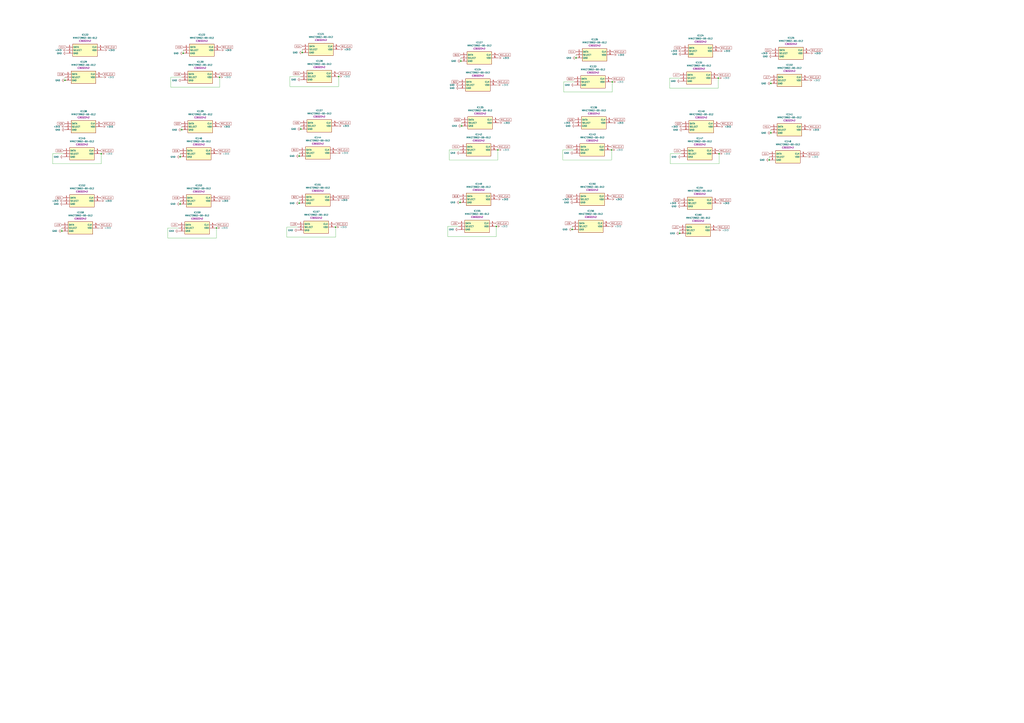
<source format=kicad_sch>
(kicad_sch (version 20231120) (generator "eeschema") (generator_version "8.0")
  (paper "A1")
  (junction (at 83.185 126.365))
  (junction (at 408.94 123.19))
  (junction (at 53.34 66.04))
  (junction (at 275.59 186.69))
  (junction (at 378.46 50.165))
  (junction (at 147.955 167.64))
  (junction (at 245.745 167.005))
  (junction (at 558.165 191.77))
  (junction (at 590.55 126.365))
  (junction (at 502.285 123.19))
  (junction (at 589.915 64.135))
  (junction (at 247.015 106.045))
  (junction (at 631.825 131.445))
  (junction (at 50.8 189.865))
  (junction (at 245.745 128.27))
  (junction (at 248.285 43.18))
  (junction (at 407.67 186.055))
  (junction (at 177.8 187.325))
  (junction (at 150.495 43.815))
  (junction (at 502.92 67.31))
  (junction (at 149.225 106.68))
  (junction (at 379.095 103.505))
  (junction (at 469.9 188.595))
  (junction (at 180.34 63.5))
  (junction (at 633.095 109.22))
  (junction (at 278.13 62.865))
  (junction (at 633.095 68.58))
  (junction (at 377.825 166.37))
  (junction (at 473.075 47.625))
  (junction (at 147.955 128.905))
  (wire (pts (xy 558.165 189.23) (xy 558.165 191.77)))
  (wire (pts (xy 81.28 187.325) (xy 81.915 187.325)))
  (wire (pts (xy 502.285 123.19) (xy 502.285 131.445)))
  (wire (pts (xy 244.475 186.69) (xy 235.585 186.69)))
  (wire (pts (xy 588.645 189.23) (xy 589.28 189.23)))
  (wire (pts (xy 180.34 63.5) (xy 180.34 71.755)))
  (wire (pts (xy 462.28 123.19) (xy 462.28 131.445)))
  (wire (pts (xy 407.67 69.85) (xy 408.305 69.85)))
  (wire (pts (xy 278.13 62.865) (xy 278.13 71.12)))
  (wire (pts (xy 471.17 123.19) (xy 462.28 123.19)))
  (wire (pts (xy 247.015 62.865) (xy 238.125 62.865)))
  (wire (pts (xy 147.955 165.1) (xy 147.955 167.64)))
  (wire (pts (xy 550.545 126.365) (xy 550.545 134.62)))
  (wire (pts (xy 589.28 64.135) (xy 589.915 64.135)))
  (wire (pts (xy 462.28 131.445) (xy 502.285 131.445)))
  (wire (pts (xy 137.795 195.58) (xy 177.8 195.58)))
  (wire (pts (xy 377.825 123.19) (xy 368.935 123.19)))
  (wire (pts (xy 502.92 67.31) (xy 502.92 75.565)))
  (wire (pts (xy 43.18 126.365) (xy 43.18 134.62)))
  (wire (pts (xy 368.935 131.445) (xy 408.94 131.445)))
  (wire (pts (xy 502.285 67.31) (xy 502.92 67.31)))
  (wire (pts (xy 662.305 128.905) (xy 662.94 128.905)))
  (wire (pts (xy 248.285 40.64) (xy 248.285 43.18)))
  (wire (pts (xy 500.38 186.055) (xy 501.015 186.055)))
  (wire (pts (xy 559.435 126.365) (xy 550.545 126.365)))
  (wire (pts (xy 238.125 71.12) (xy 278.13 71.12)))
  (wire (pts (xy 633.095 66.04) (xy 633.095 68.58)))
  (wire (pts (xy 82.55 126.365) (xy 83.185 126.365)))
  (wire (pts (xy 407.67 186.055) (xy 407.67 194.31)))
  (wire (pts (xy 146.685 187.325) (xy 137.795 187.325)))
  (wire (pts (xy 149.225 63.5) (xy 140.335 63.5)))
  (wire (pts (xy 245.745 125.73) (xy 245.745 128.27)))
  (wire (pts (xy 137.795 187.325) (xy 137.795 195.58)))
  (wire (pts (xy 633.095 106.68) (xy 633.095 109.22)))
  (wire (pts (xy 247.015 103.505) (xy 247.015 106.045)))
  (wire (pts (xy 147.955 126.365) (xy 147.955 128.905)))
  (wire (pts (xy 367.665 194.31) (xy 407.67 194.31)))
  (wire (pts (xy 276.225 125.73) (xy 276.86 125.73)))
  (wire (pts (xy 245.745 164.465) (xy 245.745 167.005)))
  (wire (pts (xy 43.18 134.62) (xy 83.185 134.62)))
  (wire (pts (xy 378.46 47.625) (xy 378.46 50.165)))
  (wire (pts (xy 235.585 186.69) (xy 235.585 194.945)))
  (wire (pts (xy 631.952 131.445) (xy 631.825 131.445)))
  (wire (pts (xy 549.91 72.39) (xy 589.915 72.39)))
  (wire (pts (xy 549.91 64.135) (xy 549.91 72.39)))
  (wire (pts (xy 589.915 126.365) (xy 590.55 126.365)))
  (wire (pts (xy 471.805 67.31) (xy 462.915 67.31)))
  (wire (pts (xy 550.545 134.62) (xy 590.55 134.62)))
  (wire (pts (xy 274.955 186.69) (xy 275.59 186.69)))
  (wire (pts (xy 501.65 123.19) (xy 502.285 123.19)))
  (wire (pts (xy 558.8 64.135) (xy 549.91 64.135)))
  (wire (pts (xy 150.495 41.275) (xy 150.495 43.815)))
  (wire (pts (xy 462.915 67.31) (xy 462.915 75.565)))
  (wire (pts (xy 408.305 123.19) (xy 408.94 123.19)))
  (wire (pts (xy 277.495 62.865) (xy 278.13 62.865)))
  (wire (pts (xy 589.915 64.135) (xy 589.915 72.39)))
  (wire (pts (xy 177.165 187.325) (xy 177.8 187.325)))
  (wire (pts (xy 631.825 131.445) (xy 631.825 128.905)))
  (wire (pts (xy 469.9 186.055) (xy 469.9 188.595)))
  (wire (pts (xy 238.125 62.865) (xy 238.125 71.12)))
  (wire (pts (xy 178.435 126.365) (xy 179.07 126.365)))
  (wire (pts (xy 83.82 63.5) (xy 84.455 63.5)))
  (wire (pts (xy 177.8 187.325) (xy 177.8 195.58)))
  (wire (pts (xy 50.8 187.325) (xy 50.8 189.865)))
  (wire (pts (xy 590.55 126.365) (xy 590.55 134.62)))
  (wire (pts (xy 462.915 75.565) (xy 502.92 75.565)))
  (wire (pts (xy 275.59 186.69) (xy 275.59 194.945)))
  (wire (pts (xy 83.185 126.365) (xy 83.185 134.62)))
  (wire (pts (xy 407.035 186.055) (xy 407.67 186.055)))
  (wire (pts (xy 52.07 126.365) (xy 43.18 126.365)))
  (wire (pts (xy 376.555 186.055) (xy 367.665 186.055)))
  (wire (pts (xy 149.225 104.14) (xy 149.225 106.68)))
  (wire (pts (xy 367.665 186.055) (xy 367.665 194.31)))
  (wire (pts (xy 140.335 71.755) (xy 180.34 71.755)))
  (wire (pts (xy 408.94 123.19) (xy 408.94 131.445)))
  (wire (pts (xy 179.705 63.5) (xy 180.34 63.5)))
  (wire (pts (xy 368.935 123.19) (xy 368.935 131.445)))
  (wire (pts (xy 53.34 63.5) (xy 53.34 66.04)))
  (wire (pts (xy 377.825 163.83) (xy 377.825 166.37)))
  (wire (pts (xy 663.575 66.04) (xy 664.21 66.04)))
  (wire (pts (xy 140.335 63.5) (xy 140.335 71.755)))
  (wire (pts (xy 379.095 100.965) (xy 379.095 103.505)))
  (wire (pts (xy 235.585 194.945) (xy 275.59 194.945)))
  (wire (pts (xy 473.075 45.085) (xy 473.075 47.625)))
  (global_label "MIC_CLK" (shape input) (at 501.65 161.29 0) (property "Intersheetrefs" "${INTERSHEET_REFS}" (effects (hide yes))))
  (global_label "B22" (shape input) (at 471.805 64.77 180) (property "Intersheetrefs" "${INTERSHEET_REFS}" (effects (hide yes))))
  (global_label "E14" (shape input) (at 634.365 41.275 180) (property "Intersheetrefs" "${INTERSHEET_REFS}" (effects (hide yes))))
  (global_label "MIC_CLK" (shape input) (at 179.705 60.96 0) (property "Intersheetrefs" "${INTERSHEET_REFS}" (effects (hide yes))))
  (global_label "B22" (shape input) (at 377.19 67.31 180) (property "Intersheetrefs" "${INTERSHEET_REFS}" (effects (hide yes))))
  (global_label "MIC_CLK" (shape input) (at 501.65 120.65 0) (property "Intersheetrefs" "${INTERSHEET_REFS}" (effects (hide yes))))
  (global_label "MIC_CLK" (shape input) (at 178.435 162.56 0) (property "Intersheetrefs" "${INTERSHEET_REFS}" (effects (hide yes))))
  (global_label "B21" (shape input) (at 52.07 162.56 180) (property "Intersheetrefs" "${INTERSHEET_REFS}" (effects (hide yes))))
  (global_label "E18" (shape input) (at 53.34 60.96 180) (property "Intersheetrefs" "${INTERSHEET_REFS}" (effects (hide yes))))
  (global_label "L19" (shape input) (at 244.475 184.15 180) (property "Intersheetrefs" "${INTERSHEET_REFS}" (effects (hide yes))))
  (global_label "MIC_CLK" (shape input) (at 407.035 183.515 0) (property "Intersheetrefs" "${INTERSHEET_REFS}" (effects (hide yes))))
  (global_label "G22" (shape input) (at 149.225 101.6 180) (property "Intersheetrefs" "${INTERSHEET_REFS}" (effects (hide yes))))
  (global_label "MIC_CLK" (shape input) (at 85.09 38.735 0) (property "Intersheetrefs" "${INTERSHEET_REFS}" (effects (hide yes))))
  (global_label "MIC_CLK" (shape input) (at 409.575 98.425 0) (property "Intersheetrefs" "${INTERSHEET_REFS}" (effects (hide yes))))
  (global_label "G22" (shape input) (at 560.705 101.6 180) (property "Intersheetrefs" "${INTERSHEET_REFS}" (effects (hide yes))))
  (global_label "E18" (shape input) (at 149.225 60.96 180) (property "Intersheetrefs" "${INTERSHEET_REFS}" (effects (hide yes))))
  (global_label "H19" (shape input) (at 147.955 162.56 180) (property "Intersheetrefs" "${INTERSHEET_REFS}" (effects (hide yes))))
  (global_label "J17" (shape input) (at 558.8 61.595 180) (property "Intersheetrefs" "${INTERSHEET_REFS}" (effects (hide yes))))
  (global_label "MIC_CLK" (shape input) (at 588.645 186.69 0) (property "Intersheetrefs" "${INTERSHEET_REFS}" (effects (hide yes))))
  (global_label "MIC_CLK" (shape input) (at 589.915 123.825 0) (property "Intersheetrefs" "${INTERSHEET_REFS}" (effects (hide yes))))
  (global_label "MIC_CLK" (shape input) (at 663.575 104.14 0) (property "Intersheetrefs" "${INTERSHEET_REFS}" (effects (hide yes))))
  (global_label "L21" (shape input) (at 146.685 184.785 180) (property "Intersheetrefs" "${INTERSHEET_REFS}" (effects (hide yes))))
  (global_label "H19" (shape input) (at 559.435 164.465 180) (property "Intersheetrefs" "${INTERSHEET_REFS}" (effects (hide yes))))
  (global_label "H15" (shape input) (at 560.07 39.37 180) (property "Intersheetrefs" "${INTERSHEET_REFS}" (effects (hide yes))))
  (global_label "MIC_CLK" (shape input) (at 83.82 101.6 0) (property "Intersheetrefs" "${INTERSHEET_REFS}" (effects (hide yes))))
  (global_label "K14" (shape input) (at 54.61 38.735 180) (property "Intersheetrefs" "${INTERSHEET_REFS}" (effects (hide yes))))
  (global_label "MIC_CLK" (shape input) (at 589.915 164.465 0) (property "Intersheetrefs" "${INTERSHEET_REFS}" (effects (hide yes))))
  (global_label "J20" (shape input) (at 376.555 183.515 180) (property "Intersheetrefs" "${INTERSHEET_REFS}" (effects (hide yes))))
  (global_label "K14" (shape input) (at 248.285 38.1 180) (property "Intersheetrefs" "${INTERSHEET_REFS}" (effects (hide yes))))
  (global_label "MIC_CLK" (shape input) (at 589.28 61.595 0) (property "Intersheetrefs" "${INTERSHEET_REFS}" (effects (hide yes))))
  (global_label "MIC_CLK" (shape input) (at 180.975 38.735 0) (property "Intersheetrefs" "${INTERSHEET_REFS}" (effects (hide yes))))
  (global_label "MIC_CLK" (shape input) (at 81.28 184.785 0) (property "Intersheetrefs" "${INTERSHEET_REFS}" (effects (hide yes))))
  (global_label "B13" (shape input) (at 245.745 123.19 180) (property "Intersheetrefs" "${INTERSHEET_REFS}" (effects (hide yes))))
  (global_label "B18" (shape input) (at 377.825 161.29 180) (property "Intersheetrefs" "${INTERSHEET_REFS}" (effects (hide yes))))
  (global_label "D16" (shape input) (at 52.07 123.825 180) (property "Intersheetrefs" "${INTERSHEET_REFS}" (effects (hide yes))))
  (global_label "MIC_CLK" (shape input) (at 408.94 45.085 0) (property "Intersheetrefs" "${INTERSHEET_REFS}" (effects (hide yes))))
  (global_label "MIC_CLK" (shape input) (at 663.575 63.5 0) (property "Intersheetrefs" "${INTERSHEET_REFS}" (effects (hide yes))))
  (global_label "MIC_CLK" (shape input) (at 408.305 120.65 0) (property "Intersheetrefs" "${INTERSHEET_REFS}" (effects (hide yes))))
  (global_label "MIC_CLK" (shape input) (at 177.165 184.785 0) (property "Intersheetrefs" "${INTERSHEET_REFS}" (effects (hide yes))))
  (global_label "L19" (shape input) (at 50.8 184.785 180) (property "Intersheetrefs" "${INTERSHEET_REFS}" (effects (hide yes))))
  (global_label "MIC_CLK" (shape input) (at 277.495 60.325 0) (property "Intersheetrefs" "${INTERSHEET_REFS}" (effects (hide yes))))
  (global_label "MIC_CLK" (shape input) (at 82.55 123.825 0) (property "Intersheetrefs" "${INTERSHEET_REFS}" (effects (hide yes))))
  (global_label "MIC_CLK" (shape input) (at 502.285 64.77 0) (property "Intersheetrefs" "${INTERSHEET_REFS}" (effects (hide yes))))
  (global_label "J17" (shape input) (at 633.095 63.5 180) (property "Intersheetrefs" "${INTERSHEET_REFS}" (effects (hide yes))))
  (global_label "J14" (shape input) (at 559.435 123.825 180) (property "Intersheetrefs" "${INTERSHEET_REFS}" (effects (hide yes))))
  (global_label "MIC_CLK" (shape input) (at 503.555 42.545 0) (property "Intersheetrefs" "${INTERSHEET_REFS}" (effects (hide yes))))
  (global_label "MIC_CLK" (shape input) (at 407.67 67.31 0) (property "Intersheetrefs" "${INTERSHEET_REFS}" (effects (hide yes))))
  (global_label "H14" (shape input) (at 377.825 120.65 180) (property "Intersheetrefs" "${INTERSHEET_REFS}" (effects (hide yes))))
  (global_label "B18" (shape input) (at 471.17 161.29 180) (property "Intersheetrefs" "${INTERSHEET_REFS}" (effects (hide yes))))
  (global_label "MIC_CLK" (shape input) (at 178.435 123.825 0) (property "Intersheetrefs" "${INTERSHEET_REFS}" (effects (hide yes))))
  (global_label "H14" (shape input) (at 633.095 104.14 180) (property "Intersheetrefs" "${INTERSHEET_REFS}" (effects (hide yes))))
  (global_label "MIC_CLK" (shape input) (at 664.845 41.275 0) (property "Intersheetrefs" "${INTERSHEET_REFS}" (effects (hide yes))))
  (global_label "MIC_CLK" (shape input) (at 276.225 123.19 0) (property "Intersheetrefs" "${INTERSHEET_REFS}" (effects (hide yes))))
  (global_label "J14" (shape input) (at 631.825 126.365 180) (property "Intersheetrefs" "${INTERSHEET_REFS}" (effects (hide yes))))
  (global_label "G20" (shape input) (at 379.095 98.425 180) (property "Intersheetrefs" "${INTERSHEET_REFS}" (effects (hide yes))))
  (global_label "G20" (shape input) (at 472.44 98.425 180) (property "Intersheetrefs" "${INTERSHEET_REFS}" (effects (hide yes))))
  (global_label "H15" (shape input) (at 150.495 38.735 180) (property "Intersheetrefs" "${INTERSHEET_REFS}" (effects (hide yes))))
  (global_label "E14" (shape input) (at 473.075 42.545 180) (property "Intersheetrefs" "${INTERSHEET_REFS}" (effects (hide yes))))
  (global_label "MIC_CLK" (shape input) (at 590.55 39.37 0) (property "Intersheetrefs" "${INTERSHEET_REFS}" (effects (hide yes))))
  (global_label "D16" (shape input) (at 147.955 123.825 180) (property "Intersheetrefs" "${INTERSHEET_REFS}" (effects (hide yes))))
  (global_label "MIC_CLK" (shape input) (at 500.38 183.515 0) (property "Intersheetrefs" "${INTERSHEET_REFS}" (effects (hide yes))))
  (global_label "MIC_CLK" (shape input) (at 83.82 60.96 0) (property "Intersheetrefs" "${INTERSHEET_REFS}" (effects (hide yes))))
  (global_label "MIC_CLK" (shape input) (at 591.185 101.6 0) (property "Intersheetrefs" "${INTERSHEET_REFS}" (effects (hide yes))))
  (global_label "MIC_CLK" (shape input) (at 277.495 100.965 0) (property "Intersheetrefs" "${INTERSHEET_REFS}" (effects (hide yes))))
  (global_label "H20" (shape input) (at 53.34 101.6 180) (property "Intersheetrefs" "${INTERSHEET_REFS}" (effects (hide yes))))
  (global_label "J20" (shape input) (at 469.9 183.515 180) (property "Intersheetrefs" "${INTERSHEET_REFS}" (effects (hide yes))))
  (global_label "MIC_CLK" (shape input) (at 662.305 126.365 0) (property "Intersheetrefs" "${INTERSHEET_REFS}" (effects (hide yes))))
  (global_label "MIC_CLK" (shape input) (at 274.955 184.15 0) (property "Intersheetrefs" "${INTERSHEET_REFS}" (effects (hide yes))))
  (global_label "MIC_CLK" (shape input) (at 276.225 161.925 0) (property "Intersheetrefs" "${INTERSHEET_REFS}" (effects (hide yes))))
  (global_label "B15" (shape input) (at 378.46 45.085 180) (property "Intersheetrefs" "${INTERSHEET_REFS}" (effects (hide yes))))
  (global_label "MIC_CLK" (shape input) (at 502.92 98.425 0) (property "Intersheetrefs" "${INTERSHEET_REFS}" (effects (hide yes))))
  (global_label "MIC_CLK" (shape input) (at 278.765 38.1 0) (property "Intersheetrefs" "${INTERSHEET_REFS}" (effects (hide yes))))
  (global_label "L21" (shape input) (at 558.165 186.69 180) (property "Intersheetrefs" "${INTERSHEET_REFS}" (effects (hide yes))))
  (global_label "MIC_CLK" (shape input) (at 179.705 101.6 0) (property "Intersheetrefs" "${INTERSHEET_REFS}" (effects (hide yes))))
  (global_label "B15" (shape input) (at 247.015 60.325 180) (property "Intersheetrefs" "${INTERSHEET_REFS}" (effects (hide yes))))
  (global_label "B13" (shape input) (at 471.17 120.65 180) (property "Intersheetrefs" "${INTERSHEET_REFS}" (effects (hide yes))))
  (global_label "H20" (shape input) (at 247.015 100.965 180) (property "Intersheetrefs" "${INTERSHEET_REFS}" (effects (hide yes))))
  (global_label "MIC_CLK" (shape input) (at 82.55 162.56 0) (property "Intersheetrefs" "${INTERSHEET_REFS}" (effects (hide yes))))
  (global_label "MIC_CLK" (shape input) (at 408.305 161.29 0) (property "Intersheetrefs" "${INTERSHEET_REFS}" (effects (hide yes))))
  (global_label "B21" (shape input) (at 245.745 161.925 180) (property "Intersheetrefs" "${INTERSHEET_REFS}" (effects (hide yes))))
  (symbol (lib_id "power:+3V3") (at 83.185 126.365 270) (unit 1)
    (property "Reference" "#PWR0377" (effects (hide yes)))
    (property "Value" "+3V3" (at 86.995 126.365 90) (effects (justify left)))
  )
  (symbol (lib_id "SamacSys_Parts:MMICT3902-00-012") (at 559.435 123.825 0) (unit 1)
    (property "Reference" "IC147" (at 574.675 113.665 0))
    (property "Value" "MMICT3902-00-012" (at 574.675 116.205 0))
    (property "Footprint" "T3902:MMICT390200012" (effects (hide yes)))
    (property "Datasheet" "http://invensense.tdk.com/wp-content/uploads/2020/05/DS-000357-T3902-v1.0.pdf" (effects (hide yes)))
    (property "Height" "1.13" (effects (hide yes)))
    (property "Mouser Part Number" "410-MMICT3902-00-012" (effects (hide yes)))
    (property "Mouser Price/Stock" "https://www.mouser.co.uk/ProductDetail/TDK-InvenSense/MMICT3902-00-012?qs=yqaQSyyJnNi1lpqXyrpxOA%3D%3D" (effects (hide yes)))
    (property "Manufacturer_Name" "TDK" (effects (hide yes)))
    (property "Manufacturer_Part_Number" "MMICT3902-00-012" (effects (hide yes)))
    (property "LCSC" "C3032242" (at 574.675 118.745 0))
  )
  (symbol (lib_id "SamacSys_Parts:MMICT3902-00-012") (at 53.34 101.6 0) (unit 1)
    (property "Reference" "IC138" (at 68.58 91.44 0))
    (property "Value" "MMICT3902-00-012" (at 68.58 93.98 0))
    (property "Footprint" "T3902:MMICT390200012" (effects (hide yes)))
    (property "Datasheet" "http://invensense.tdk.com/wp-content/uploads/2020/05/DS-000357-T3902-v1.0.pdf" (effects (hide yes)))
    (property "Height" "1.13" (effects (hide yes)))
    (property "Mouser Part Number" "410-MMICT3902-00-012" (effects (hide yes)))
    (property "Mouser Price/Stock" "https://www.mouser.co.uk/ProductDetail/TDK-InvenSense/MMICT3902-00-012?qs=yqaQSyyJnNi1lpqXyrpxOA%3D%3D" (effects (hide yes)))
    (property "Manufacturer_Name" "TDK" (effects (hide yes)))
    (property "Manufacturer_Part_Number" "MMICT3902-00-012" (effects (hide yes)))
    (property "LCSC" "C3032242" (at 68.58 96.52 0))
  )
  (symbol (lib_id "power:+3V3") (at 664.845 43.815 270) (unit 1)
    (property "Reference" "#PWR0337" (effects (hide yes)))
    (property "Value" "+3V3" (at 668.655 43.815 90) (effects (justify left)))
  )
  (symbol (lib_id "power:GND") (at 633.095 109.22 270) (unit 1)
    (property "Reference" "#PWR0371" (effects (hide yes)))
    (property "Value" "GND" (at 629.285 109.22 90) (effects (justify right)))
  )
  (symbol (lib_id "power:GND") (at 473.075 47.625 270) (unit 1)
    (property "Reference" "#PWR0342" (effects (hide yes)))
    (property "Value" "GND" (at 469.265 47.625 90) (effects (justify right)))
  )
  (symbol (lib_id "power:+3V3") (at 180.34 63.5 270) (unit 1)
    (property "Reference" "#PWR0346" (effects (hide yes)))
    (property "Value" "+3V3" (at 184.15 63.5 90) (effects (justify left)))
  )
  (symbol (lib_id "SamacSys_Parts:MMICT3902-00-012") (at 377.825 120.65 0) (unit 1)
    (property "Reference" "IC142" (at 393.065 110.49 0))
    (property "Value" "MMICT3902-00-012" (at 393.065 113.03 0))
    (property "Footprint" "T3902:MMICT390200012" (effects (hide yes)))
    (property "Datasheet" "http://invensense.tdk.com/wp-content/uploads/2020/05/DS-000357-T3902-v1.0.pdf" (effects (hide yes)))
    (property "Height" "1.13" (effects (hide yes)))
    (property "Mouser Part Number" "410-MMICT3902-00-012" (effects (hide yes)))
    (property "Mouser Price/Stock" "https://www.mouser.co.uk/ProductDetail/TDK-InvenSense/MMICT3902-00-012?qs=yqaQSyyJnNi1lpqXyrpxOA%3D%3D" (effects (hide yes)))
    (property "Manufacturer_Name" "TDK" (effects (hide yes)))
    (property "Manufacturer_Part_Number" "MMICT3902-00-012" (effects (hide yes)))
    (property "LCSC" "C3032242" (at 393.065 115.57 0))
  )
  (symbol (lib_id "SamacSys_Parts:MMICT3902-00-012") (at 377.19 67.31 0) (unit 1)
    (property "Reference" "IC134" (at 392.43 57.15 0))
    (property "Value" "MMICT3902-00-012" (at 392.43 59.69 0))
    (property "Footprint" "T3902:MMICT390200012" (effects (hide yes)))
    (property "Datasheet" "http://invensense.tdk.com/wp-content/uploads/2020/05/DS-000357-T3902-v1.0.pdf" (effects (hide yes)))
    (property "Height" "1.13" (effects (hide yes)))
    (property "Mouser Part Number" "410-MMICT3902-00-012" (effects (hide yes)))
    (property "Mouser Price/Stock" "https://www.mouser.co.uk/ProductDetail/TDK-InvenSense/MMICT3902-00-012?qs=yqaQSyyJnNi1lpqXyrpxOA%3D%3D" (effects (hide yes)))
    (property "Manufacturer_Name" "TDK" (effects (hide yes)))
    (property "Manufacturer_Part_Number" "MMICT3902-00-012" (effects (hide yes)))
    (property "LCSC" "C3032242" (at 392.43 62.23 0))
  )
  (symbol (lib_id "power:+3V3") (at 278.765 40.64 270) (unit 1)
    (property "Reference" "#PWR0330" (effects (hide yes)))
    (property "Value" "+3V3" (at 282.575 40.64 90) (effects (justify left)))
  )
  (symbol (lib_id "power:+3V3") (at 663.575 106.68 270) (unit 1)
    (property "Reference" "#PWR0370" (effects (hide yes)))
    (property "Value" "+3V3" (at 667.385 106.68 90) (effects (justify left)))
  )
  (symbol (lib_id "power:+3V3") (at 408.305 69.85 270) (unit 1)
    (property "Reference" "#PWR0355" (effects (hide yes)))
    (property "Value" "+3V3" (at 412.115 69.85 90) (effects (justify left)))
  )
  (symbol (lib_id "power:+3V3") (at 408.94 123.19 270) (unit 1)
    (property "Reference" "#PWR0372" (effects (hide yes)))
    (property "Value" "+3V3" (at 412.75 123.19 90) (effects (justify left)))
  )
  (symbol (lib_id "power:+3V3") (at 590.55 126.365 270) (unit 1)
    (property "Reference" "#PWR0379" (effects (hide yes)))
    (property "Value" "+3V3" (at 594.36 126.365 90) (effects (justify left)))
  )
  (symbol (lib_id "power:+3V3") (at 589.28 189.23 270) (unit 1)
    (property "Reference" "#PWR0406" (effects (hide yes)))
    (property "Value" "+3V3" (at 593.09 189.23 90) (effects (justify left)))
  )
  (symbol (lib_id "power:GND") (at 248.285 43.18 270) (unit 1)
    (property "Reference" "#PWR0334" (effects (hide yes)))
    (property "Value" "GND" (at 244.475 43.18 90) (effects (justify right)))
  )
  (symbol (lib_id "SamacSys_Parts:MMICT3902-00-012") (at 53.34 60.96 0) (unit 1)
    (property "Reference" "IC129" (at 68.58 50.8 0))
    (property "Value" "MMICT3902-00-012" (at 68.58 53.34 0))
    (property "Footprint" "T3902:MMICT390200012" (effects (hide yes)))
    (property "Datasheet" "http://invensense.tdk.com/wp-content/uploads/2020/05/DS-000357-T3902-v1.0.pdf" (effects (hide yes)))
    (property "Height" "1.13" (effects (hide yes)))
    (property "Mouser Part Number" "410-MMICT3902-00-012" (effects (hide yes)))
    (property "Mouser Price/Stock" "https://www.mouser.co.uk/ProductDetail/TDK-InvenSense/MMICT3902-00-012?qs=yqaQSyyJnNi1lpqXyrpxOA%3D%3D" (effects (hide yes)))
    (property "Manufacturer_Name" "TDK" (effects (hide yes)))
    (property "Manufacturer_Part_Number" "MMICT3902-00-012" (effects (hide yes)))
    (property "LCSC" "C3032242" (at 68.58 55.88 0))
  )
  (symbol (lib_id "SamacSys_Parts:MMICT3902-00-012") (at 472.44 98.425 0) (unit 1)
    (property "Reference" "IC136" (at 487.68 88.265 0))
    (property "Value" "MMICT3902-00-012" (at 487.68 90.805 0))
    (property "Footprint" "T3902:MMICT390200012" (effects (hide yes)))
    (property "Datasheet" "http://invensense.tdk.com/wp-content/uploads/2020/05/DS-000357-T3902-v1.0.pdf" (effects (hide yes)))
    (property "Height" "1.13" (effects (hide yes)))
    (property "Mouser Part Number" "410-MMICT3902-00-012" (effects (hide yes)))
    (property "Mouser Price/Stock" "https://www.mouser.co.uk/ProductDetail/TDK-InvenSense/MMICT3902-00-012?qs=yqaQSyyJnNi1lpqXyrpxOA%3D%3D" (effects (hide yes)))
    (property "Manufacturer_Name" "TDK" (effects (hide yes)))
    (property "Manufacturer_Part_Number" "MMICT3902-00-012" (effects (hide yes)))
    (property "LCSC" "C3032242" (at 487.68 93.345 0))
  )
  (symbol (lib_id "power:+3V3") (at 503.555 45.085 270) (unit 1)
    (property "Reference" "#PWR0339" (effects (hide yes)))
    (property "Value" "+3V3" (at 507.365 45.085 90) (effects (justify left)))
  )
  (symbol (lib_id "SamacSys_Parts:MMICT3902-00-012") (at 560.07 39.37 0) (unit 1)
    (property "Reference" "IC124" (at 575.31 29.21 0))
    (property "Value" "MMICT3902-00-012" (at 575.31 31.75 0))
    (property "Footprint" "T3902:MMICT390200012" (effects (hide yes)))
    (property "Datasheet" "http://invensense.tdk.com/wp-content/uploads/2020/05/DS-000357-T3902-v1.0.pdf" (effects (hide yes)))
    (property "Height" "1.13" (effects (hide yes)))
    (property "Mouser Part Number" "410-MMICT3902-00-012" (effects (hide yes)))
    (property "Mouser Price/Stock" "https://www.mouser.co.uk/ProductDetail/TDK-InvenSense/MMICT3902-00-012?qs=yqaQSyyJnNi1lpqXyrpxOA%3D%3D" (effects (hide yes)))
    (property "Manufacturer_Name" "TDK" (effects (hide yes)))
    (property "Manufacturer_Part_Number" "MMICT3902-00-012" (effects (hide yes)))
    (property "LCSC" "C3032242" (at 575.31 34.29 0))
  )
  (symbol (lib_id "power:GND") (at 472.44 103.505 270) (unit 1)
    (property "Reference" "#PWR0362" (effects (hide yes)))
    (property "Value" "GND" (at 468.63 103.505 90) (effects (justify right)))
  )
  (symbol (lib_id "SamacSys_Parts:MMICT3902-00-012") (at 471.805 64.77 0) (unit 1)
    (property "Reference" "IC133" (at 487.045 54.61 0))
    (property "Value" "MMICT3902-00-012" (at 487.045 57.15 0))
    (property "Footprint" "T3902:MMICT390200012" (effects (hide yes)))
    (property "Datasheet" "http://invensense.tdk.com/wp-content/uploads/2020/05/DS-000357-T3902-v1.0.pdf" (effects (hide yes)))
    (property "Height" "1.13" (effects (hide yes)))
    (property "Mouser Part Number" "410-MMICT3902-00-012" (effects (hide yes)))
    (property "Mouser Price/Stock" "https://www.mouser.co.uk/ProductDetail/TDK-InvenSense/MMICT3902-00-012?qs=yqaQSyyJnNi1lpqXyrpxOA%3D%3D" (effects (hide yes)))
    (property "Manufacturer_Name" "TDK" (effects (hide yes)))
    (property "Manufacturer_Part_Number" "MMICT3902-00-012" (effects (hide yes)))
    (property "LCSC" "C3032242" (at 487.045 59.69 0))
  )
  (symbol (lib_id "SamacSys_Parts:MMICT3902-00-012") (at 471.17 161.29 0) (unit 1)
    (property "Reference" "IC150" (at 486.41 151.13 0))
    (property "Value" "MMICT3902-00-012" (at 486.41 153.67 0))
    (property "Footprint" "T3902:MMICT390200012" (effects (hide yes)))
    (property "Datasheet" "http://invensense.tdk.com/wp-content/uploads/2020/05/DS-000357-T3902-v1.0.pdf" (effects (hide yes)))
    (property "Height" "1.13" (effects (hide yes)))
    (property "Mouser Part Number" "410-MMICT3902-00-012" (effects (hide yes)))
    (property "Mouser Price/Stock" "https://www.mouser.co.uk/ProductDetail/TDK-InvenSense/MMICT3902-00-012?qs=yqaQSyyJnNi1lpqXyrpxOA%3D%3D" (effects (hide yes)))
    (property "Manufacturer_Name" "TDK" (effects (hide yes)))
    (property "Manufacturer_Part_Number" "MMICT3902-00-012" (effects (hide yes)))
    (property "LCSC" "C3032242" (at 486.41 156.21 0))
  )
  (symbol (lib_id "power:GND") (at 378.46 50.165 270) (unit 1)
    (property "Reference" "#PWR0343" (effects (hide yes)))
    (property "Value" "GND" (at 374.65 50.165 90) (effects (justify right)))
  )
  (symbol (lib_id "SamacSys_Parts:MMICT3902-00-012") (at 244.475 184.15 0) (unit 1)
    (property "Reference" "IC157" (at 259.715 173.99 0))
    (property "Value" "MMICT3902-00-012" (at 259.715 176.53 0))
    (property "Footprint" "T3902:MMICT390200012" (effects (hide yes)))
    (property "Datasheet" "http://invensense.tdk.com/wp-content/uploads/2020/05/DS-000357-T3902-v1.0.pdf" (effects (hide yes)))
    (property "Height" "1.13" (effects (hide yes)))
    (property "Mouser Part Number" "410-MMICT3902-00-012" (effects (hide yes)))
    (property "Mouser Price/Stock" "https://www.mouser.co.uk/ProductDetail/TDK-InvenSense/MMICT3902-00-012?qs=yqaQSyyJnNi1lpqXyrpxOA%3D%3D" (effects (hide yes)))
    (property "Manufacturer_Name" "TDK" (effects (hide yes)))
    (property "Manufacturer_Part_Number" "MMICT3902-00-012" (effects (hide yes)))
    (property "LCSC" "C3032242" (at 259.715 179.07 0))
  )
  (symbol (lib_id "power:+3V3") (at 409.575 100.965 270) (unit 1)
    (property "Reference" "#PWR0358" (effects (hide yes)))
    (property "Value" "+3V3" (at 413.385 100.965 90) (effects (justify left)))
  )
  (symbol (lib_id "power:+3V3") (at 276.225 164.465 270) (unit 1)
    (property "Reference" "#PWR0388" (effects (hide yes)))
    (property "Value" "+3V3" (at 280.035 164.465 90) (effects (justify left)))
  )
  (symbol (lib_id "power:GND") (at 247.015 65.405 270) (unit 1)
    (property "Reference" "#PWR0348" (effects (hide yes)))
    (property "Value" "GND" (at 243.205 65.405 90) (effects (justify right)))
  )
  (symbol (lib_id "power:+3V3") (at 84.455 63.5 270) (unit 1)
    (property "Reference" "#PWR0345" (effects (hide yes)))
    (property "Value" "+3V3" (at 88.265 63.5 90) (effects (justify left)))
  )
  (symbol (lib_id "SamacSys_Parts:MMICT3902-00-012") (at 248.285 38.1 0) (unit 1)
    (property "Reference" "IC121" (at 263.525 27.94 0))
    (property "Value" "MMICT3902-00-012" (at 263.525 30.48 0))
    (property "Footprint" "T3902:MMICT390200012" (effects (hide yes)))
    (property "Datasheet" "http://invensense.tdk.com/wp-content/uploads/2020/05/DS-000357-T3902-v1.0.pdf" (effects (hide yes)))
    (property "Height" "1.13" (effects (hide yes)))
    (property "Mouser Part Number" "410-MMICT3902-00-012" (effects (hide yes)))
    (property "Mouser Price/Stock" "https://www.mouser.co.uk/ProductDetail/TDK-InvenSense/MMICT3902-00-012?qs=yqaQSyyJnNi1lpqXyrpxOA%3D%3D" (effects (hide yes)))
    (property "Manufacturer_Name" "TDK" (effects (hide yes)))
    (property "Manufacturer_Part_Number" "MMICT3902-00-012" (effects (hide yes)))
    (property "LCSC" "C3032242" (at 263.525 33.02 0))
  )
  (symbol (lib_id "power:+3V3") (at 408.305 163.83 270) (unit 1)
    (property "Reference" "#PWR0386" (effects (hide yes)))
    (property "Value" "+3V3" (at 412.115 163.83 90) (effects (justify left)))
  )
  (symbol (lib_id "power:+3V3") (at 179.705 104.14 270) (unit 1)
    (property "Reference" "#PWR0364" (effects (hide yes)))
    (property "Value" "+3V3" (at 183.515 104.14 90) (effects (justify left)))
  )
  (symbol (lib_id "SamacSys_Parts:MMICT3902-00-012") (at 247.015 100.965 0) (unit 1)
    (property "Reference" "IC137" (at 262.255 90.805 0))
    (property "Value" "MMICT3902-00-012" (at 262.255 93.345 0))
    (property "Footprint" "T3902:MMICT390200012" (effects (hide yes)))
    (property "Datasheet" "http://invensense.tdk.com/wp-content/uploads/2020/05/DS-000357-T3902-v1.0.pdf" (effects (hide yes)))
    (property "Height" "1.13" (effects (hide yes)))
    (property "Mouser Part Number" "410-MMICT3902-00-012" (effects (hide yes)))
    (property "Mouser Price/Stock" "https://www.mouser.co.uk/ProductDetail/TDK-InvenSense/MMICT3902-00-012?qs=yqaQSyyJnNi1lpqXyrpxOA%3D%3D" (effects (hide yes)))
    (property "Manufacturer_Name" "TDK" (effects (hide yes)))
    (property "Manufacturer_Part_Number" "MMICT3902-00-012" (effects (hide yes)))
    (property "LCSC" "C3032242" (at 262.255 95.885 0))
  )
  (symbol (lib_id "power:+3V3") (at 634.365 43.815 90) (unit 1)
    (property "Reference" "#PWR0875" (effects (hide yes)))
    (property "Value" "+3V3" (at 630.301 43.815 90) (effects (justify left)))
  )
  (symbol (lib_id "SamacSys_Parts:MMICT3902-00-012") (at 379.095 98.425 0) (unit 1)
    (property "Reference" "IC135" (at 394.335 88.265 0))
    (property "Value" "MMICT3902-00-012" (at 394.335 90.805 0))
    (property "Footprint" "T3902:MMICT390200012" (effects (hide yes)))
    (property "Datasheet" "http://invensense.tdk.com/wp-content/uploads/2020/05/DS-000357-T3902-v1.0.pdf" (effects (hide yes)))
    (property "Height" "1.13" (effects (hide yes)))
    (property "Mouser Part Number" "410-MMICT3902-00-012" (effects (hide yes)))
    (property "Mouser Price/Stock" "https://www.mouser.co.uk/ProductDetail/TDK-InvenSense/MMICT3902-00-012?qs=yqaQSyyJnNi1lpqXyrpxOA%3D%3D" (effects (hide yes)))
    (property "Manufacturer_Name" "TDK" (effects (hide yes)))
    (property "Manufacturer_Part_Number" "MMICT3902-00-012" (effects (hide yes)))
    (property "LCSC" "C3032242" (at 394.335 93.345 0))
  )
  (symbol (lib_id "power:GND") (at 52.07 128.905 270) (unit 1)
    (property "Reference" "#PWR0381" (effects (hide yes)))
    (property "Value" "GND" (at 48.26 128.905 90) (effects (justify right)))
  )
  (symbol (lib_id "power:+3V3") (at 472.44 100.965 90) (unit 1)
    (property "Reference" "#PWR0876" (effects (hide yes)))
    (property "Value" "+3V3" (at 468.376 100.965 90) (effects (justify left)))
  )
  (symbol (lib_id "SamacSys_Parts:MMICT3902-00-012") (at 633.095 104.14 0) (unit 1)
    (property "Reference" "IC141" (at 648.335 93.98 0))
    (property "Value" "MMICT3902-00-012" (at 648.335 96.52 0))
    (property "Footprint" "T3902:MMICT390200012" (effects (hide yes)))
    (property "Datasheet" "http://invensense.tdk.com/wp-content/uploads/2020/05/DS-000357-T3902-v1.0.pdf" (effects (hide yes)))
    (property "Height" "1.13" (effects (hide yes)))
    (property "Mouser Part Number" "410-MMICT3902-00-012" (effects (hide yes)))
    (property "Mouser Price/Stock" "https://www.mouser.co.uk/ProductDetail/TDK-InvenSense/MMICT3902-00-012?qs=yqaQSyyJnNi1lpqXyrpxOA%3D%3D" (effects (hide yes)))
    (property "Manufacturer_Name" "TDK" (effects (hide yes)))
    (property "Manufacturer_Part_Number" "MMICT3902-00-012" (effects (hide yes)))
    (property "LCSC" "C3032242" (at 648.335 99.06 0))
  )
  (symbol (lib_id "power:GND") (at 558.8 66.675 270) (unit 1)
    (property "Reference" "#PWR0352" (effects (hide yes)))
    (property "Value" "GND" (at 554.99 66.675 90) (effects (justify right)))
  )
  (symbol (lib_id "power:+3V3") (at 501.65 163.83 270) (unit 1)
    (property "Reference" "#PWR0387" (effects (hide yes)))
    (property "Value" "+3V3" (at 505.46 163.83 90) (effects (justify left)))
  )
  (symbol (lib_id "power:GND") (at 376.555 188.595 270) (unit 1)
    (property "Reference" "#PWR0403" (effects (hide yes)))
    (property "Value" "GND" (at 372.745 188.595 90) (effects (justify right)))
  )
  (symbol (lib_id "power:GND") (at 634.365 46.355 270) (unit 1)
    (property "Reference" "#PWR0340" (effects (hide yes)))
    (property "Value" "GND" (at 630.555 46.355 90) (effects (justify right)))
  )
  (symbol (lib_id "power:GND") (at 53.34 66.04 270) (unit 1)
    (property "Reference" "#PWR0349" (effects (hide yes)))
    (property "Value" "GND" (at 49.53 66.04 90) (effects (justify right)))
  )
  (symbol (lib_id "power:GND") (at 247.015 106.045 270) (unit 1)
    (property "Reference" "#PWR0366" (effects (hide yes)))
    (property "Value" "GND" (at 243.205 106.045 90) (effects (justify right)))
  )
  (symbol (lib_id "power:+3V3") (at 52.07 165.1 90) (unit 1)
    (property "Reference" "#PWR0880" (effects (hide yes)))
    (property "Value" "+3V3" (at 48.006 165.1 90) (effects (justify left)))
  )
  (symbol (lib_id "power:+3V3") (at 502.92 67.31 270) (unit 1)
    (property "Reference" "#PWR0353" (effects (hide yes)))
    (property "Value" "+3V3" (at 506.73 67.31 90) (effects (justify left)))
  )
  (symbol (lib_id "power:+3V3") (at 180.975 41.275 270) (unit 1)
    (property "Reference" "#PWR0332" (effects (hide yes)))
    (property "Value" "+3V3" (at 184.785 41.275 90) (effects (justify left)))
  )
  (symbol (lib_id "SamacSys_Parts:MMICT3902-00-012") (at 376.555 183.515 0) (unit 1)
    (property "Reference" "IC155" (at 391.795 173.355 0))
    (property "Value" "MMICT3902-00-012" (at 391.795 175.895 0))
    (property "Footprint" "T3902:MMICT390200012" (effects (hide yes)))
    (property "Datasheet" "http://invensense.tdk.com/wp-content/uploads/2020/05/DS-000357-T3902-v1.0.pdf" (effects (hide yes)))
    (property "Height" "1.13" (effects (hide yes)))
    (property "Mouser Part Number" "410-MMICT3902-00-012" (effects (hide yes)))
    (property "Mouser Price/Stock" "https://www.mouser.co.uk/ProductDetail/TDK-InvenSense/MMICT3902-00-012?qs=yqaQSyyJnNi1lpqXyrpxOA%3D%3D" (effects (hide yes)))
    (property "Manufacturer_Name" "TDK" (effects (hide yes)))
    (property "Manufacturer_Part_Number" "MMICT3902-00-012" (effects (hide yes)))
    (property "LCSC" "C3032242" (at 391.795 178.435 0))
  )
  (symbol (lib_id "power:GND") (at 377.19 72.39 270) (unit 1)
    (property "Reference" "#PWR0357" (effects (hide yes)))
    (property "Value" "GND" (at 373.38 72.39 90) (effects (justify right)))
  )
  (symbol (lib_id "power:GND") (at 50.8 189.865 270) (unit 1)
    (property "Reference" "#PWR0407" (effects (hide yes)))
    (property "Value" "GND" (at 46.99 189.865 90) (effects (justify right)))
  )
  (symbol (lib_id "power:+3V3") (at 276.86 125.73 270) (unit 1)
    (property "Reference" "#PWR0374" (effects (hide yes)))
    (property "Value" "+3V3" (at 280.67 125.73 90) (effects (justify left)))
  )
  (symbol (lib_id "power:GND") (at 54.61 43.815 270) (unit 1)
    (property "Reference" "#PWR0335" (effects (hide yes)))
    (property "Value" "GND" (at 50.8 43.815 90) (effects (justify right)))
  )
  (symbol (lib_id "power:+3V3") (at 471.17 163.83 90) (unit 1)
    (property "Reference" "#PWR0879" (effects (hide yes)))
    (property "Value" "+3V3" (at 467.106 163.83 90) (effects (justify left)))
  )
  (symbol (lib_id "SamacSys_Parts:MMICT3902-00-012") (at 247.015 60.325 0) (unit 1)
    (property "Reference" "IC128" (at 262.255 50.165 0))
    (property "Value" "MMICT3902-00-012" (at 262.255 52.705 0))
    (property "Footprint" "T3902:MMICT390200012" (effects (hide yes)))
    (property "Datasheet" "http://invensense.tdk.com/wp-content/uploads/2020/05/DS-000357-T3902-v1.0.pdf" (effects (hide yes)))
    (property "Height" "1.13" (effects (hide yes)))
    (property "Mouser Part Number" "410-MMICT3902-00-012" (effects (hide yes)))
    (property "Mouser Price/Stock" "https://www.mouser.co.uk/ProductDetail/TDK-InvenSense/MMICT3902-00-012?qs=yqaQSyyJnNi1lpqXyrpxOA%3D%3D" (effects (hide yes)))
    (property "Manufacturer_Name" "TDK" (effects (hide yes)))
    (property "Manufacturer_Part_Number" "MMICT3902-00-012" (effects (hide yes)))
    (property "LCSC" "C3032242" (at 262.255 55.245 0))
  )
  (symbol (lib_id "power:+3V3") (at 591.185 104.14 270) (unit 1)
    (property "Reference" "#PWR0365" (effects (hide yes)))
    (property "Value" "+3V3" (at 594.995 104.14 90) (effects (justify left)))
  )
  (symbol (lib_id "SamacSys_Parts:MMICT3902-00-012") (at 471.17 120.65 0) (unit 1)
    (property "Reference" "IC143" (at 486.41 110.49 0))
    (property "Value" "MMICT3902-00-012" (at 486.41 113.03 0))
    (property "Footprint" "T3902:MMICT390200012" (effects (hide yes)))
    (property "Datasheet" "http://invensense.tdk.com/wp-content/uploads/2020/05/DS-000357-T3902-v1.0.pdf" (effects (hide yes)))
    (property "Height" "1.13" (effects (hide yes)))
    (property "Mouser Part Number" "410-MMICT3902-00-012" (effects (hide yes)))
    (property "Mouser Price/Stock" "https://www.mouser.co.uk/ProductDetail/TDK-InvenSense/MMICT3902-00-012?qs=yqaQSyyJnNi1lpqXyrpxOA%3D%3D" (effects (hide yes)))
    (property "Manufacturer_Name" "TDK" (effects (hide yes)))
    (property "Manufacturer_Part_Number" "MMICT3902-00-012" (effects (hide yes)))
    (property "LCSC" "C3032242" (at 486.41 115.57 0))
  )
  (symbol (lib_id "power:GND") (at 149.225 106.68 270) (unit 1)
    (property "Reference" "#PWR0368" (effects (hide yes)))
    (property "Value" "GND" (at 145.415 106.68 90) (effects (justify right)))
  )
  (symbol (lib_id "SamacSys_Parts:MMICT3902-00-012") (at 54.61 38.735 0) (unit 1)
    (property "Reference" "IC122" (at 69.85 28.575 0))
    (property "Value" "MMICT3902-00-012" (at 69.85 31.115 0))
    (property "Footprint" "T3902:MMICT390200012" (effects (hide yes)))
    (property "Datasheet" "http://invensense.tdk.com/wp-content/uploads/2020/05/DS-000357-T3902-v1.0.pdf" (effects (hide yes)))
    (property "Height" "1.13" (effects (hide yes)))
    (property "Mouser Part Number" "410-MMICT3902-00-012" (effects (hide yes)))
    (property "Mouser Price/Stock" "https://www.mouser.co.uk/ProductDetail/TDK-InvenSense/MMICT3902-00-012?qs=yqaQSyyJnNi1lpqXyrpxOA%3D%3D" (effects (hide yes)))
    (property "Manufacturer_Name" "TDK" (effects (hide yes)))
    (property "Manufacturer_Part_Number" "MMICT3902-00-012" (effects (hide yes)))
    (property "LCSC" "C3032242" (at 69.85 33.655 0))
  )
  (symbol (lib_id "power:+3V3") (at 560.07 41.91 90) (unit 1)
    (property "Reference" "#PWR0874" (effects (hide yes)))
    (property "Value" "+3V3" (at 556.133 41.91 90) (effects (justify left)))
  )
  (symbol (lib_id "power:GND") (at 633.095 68.58 270) (unit 1)
    (property "Reference" "#PWR0354" (effects (hide yes)))
    (property "Value" "GND" (at 629.285 68.58 90) (effects (justify right)))
  )
  (symbol (lib_id "power:+3V3") (at 407.67 186.055 270) (unit 1)
    (property "Reference" "#PWR0398" (effects (hide yes)))
    (property "Value" "+3V3" (at 411.48 186.055 90) (effects (justify left)))
  )
  (symbol (lib_id "power:GND") (at 558.165 191.77 270) (unit 1)
    (property "Reference" "#PWR0409" (effects (hide yes)))
    (property "Value" "GND" (at 554.355 191.77 90) (effects (justify right)))
  )
  (symbol (lib_id "SamacSys_Parts:MMICT3902-00-012") (at 633.095 63.5 0) (unit 1)
    (property "Reference" "IC132" (at 648.335 53.34 0))
    (property "Value" "MMICT3902-00-012" (at 648.335 55.88 0))
    (property "Footprint" "T3902:MMICT390200012" (effects (hide yes)))
    (property "Datasheet" "http://invensense.tdk.com/wp-content/uploads/2020/05/DS-000357-T3902-v1.0.pdf" (effects (hide yes)))
    (property "Height" "1.13" (effects (hide yes)))
    (property "Mouser Part Number" "410-MMICT3902-00-012" (effects (hide yes)))
    (property "Mouser Price/Stock" "https://www.mouser.co.uk/ProductDetail/TDK-InvenSense/MMICT3902-00-012?qs=yqaQSyyJnNi1lpqXyrpxOA%3D%3D" (effects (hide yes)))
    (property "Manufacturer_Name" "TDK" (effects (hide yes)))
    (property "Manufacturer_Part_Number" "MMICT3902-00-012" (effects (hide yes)))
    (property "LCSC" "C3032242" (at 648.335 58.42 0))
  )
  (symbol (lib_id "SamacSys_Parts:MMICT3902-00-012") (at 559.435 164.465 0) (unit 1)
    (property "Reference" "IC154" (at 574.675 154.305 0))
    (property "Value" "MMICT3902-00-012" (at 574.675 156.845 0))
    (property "Footprint" "T3902:MMICT390200012" (effects (hide yes)))
    (property "Datasheet" "http://invensense.tdk.com/wp-content/uploads/2020/05/DS-000357-T3902-v1.0.pdf" (effects (hide yes)))
    (property "Height" "1.13" (effects (hide yes)))
    (property "Mouser Part Number" "410-MMICT3902-00-012" (effects (hide yes)))
    (property "Mouser Price/Stock" "https://www.mouser.co.uk/ProductDetail/TDK-InvenSense/MMICT3902-00-012?qs=yqaQSyyJnNi1lpqXyrpxOA%3D%3D" (effects (hide yes)))
    (property "Manufacturer_Name" "TDK" (effects (hide yes)))
    (property "Manufacturer_Part_Number" "MMICT3902-00-012" (effects (hide yes)))
    (property "LCSC" "C3032242" (at 574.675 159.385 0))
  )
  (symbol (lib_id "SamacSys_Parts:MMICT3902-00-012") (at 52.07 162.56 0) (unit 1)
    (property "Reference" "IC152" (at 67.31 152.4 0))
    (property "Value" "MMICT3902-00-012" (at 67.31 154.94 0))
    (property "Footprint" "T3902:MMICT390200012" (effects (hide yes)))
    (property "Datasheet" "http://invensense.tdk.com/wp-content/uploads/2020/05/DS-000357-T3902-v1.0.pdf" (effects (hide yes)))
    (property "Height" "1.13" (effects (hide yes)))
    (property "Mouser Part Number" "410-MMICT3902-00-012" (effects (hide yes)))
    (property "Mouser Price/Stock" "https://www.mouser.co.uk/ProductDetail/TDK-InvenSense/MMICT3902-00-012?qs=yqaQSyyJnNi1lpqXyrpxOA%3D%3D" (effects (hide yes)))
    (property "Manufacturer_Name" "TDK" (effects (hide yes)))
    (property "Manufacturer_Part_Number" "MMICT3902-00-012" (effects (hide yes)))
    (property "LCSC" "C3032242" (at 67.31 157.48 0))
  )
  (symbol (lib_id "power:+3V3") (at 81.915 187.325 270) (unit 1)
    (property "Reference" "#PWR0401" (effects (hide yes)))
    (property "Value" "+3V3" (at 85.725 187.325 90) (effects (justify left)))
  )
  (symbol (lib_id "SamacSys_Parts:MMICT3902-00-012") (at 147.955 162.56 0) (unit 1)
    (property "Reference" "IC153" (at 163.195 152.4 0))
    (property "Value" "MMICT3902-00-012" (at 163.195 154.94 0))
    (property "Footprint" "T3902:MMICT390200012" (effects (hide yes)))
    (property "Datasheet" "http://invensense.tdk.com/wp-content/uploads/2020/05/DS-000357-T3902-v1.0.pdf" (effects (hide yes)))
    (property "Height" "1.13" (effects (hide yes)))
    (property "Mouser Part Number" "410-MMICT3902-00-012" (effects (hide yes)))
    (property "Mouser Price/Stock" "https://www.mouser.co.uk/ProductDetail/TDK-InvenSense/MMICT3902-00-012?qs=yqaQSyyJnNi1lpqXyrpxOA%3D%3D" (effects (hide yes)))
    (property "Manufacturer_Name" "TDK" (effects (hide yes)))
    (property "Manufacturer_Part_Number" "MMICT3902-00-012" (effects (hide yes)))
    (property "LCSC" "C3032242" (at 163.195 157.48 0))
  )
  (symbol (lib_id "power:GND") (at 245.745 167.005 270) (unit 1)
    (property "Reference" "#PWR0393" (effects (hide yes)))
    (property "Value" "GND" (at 241.935 167.005 90) (effects (justify right)))
  )
  (symbol (lib_id "power:+3V3") (at 275.59 186.69 270) (unit 1)
    (property "Reference" "#PWR0400" (effects (hide yes)))
    (property "Value" "+3V3" (at 279.4 186.69 90) (effects (justify left)))
  )
  (symbol (lib_id "SamacSys_Parts:MMICT3902-00-012") (at 149.225 101.6 0) (unit 1)
    (property "Reference" "IC139" (at 164.465 91.44 0))
    (property "Value" "MMICT3902-00-012" (at 164.465 93.98 0))
    (property "Footprint" "T3902:MMICT390200012" (effects (hide yes)))
    (property "Datasheet" "http://invensense.tdk.com/wp-content/uploads/2020/05/DS-000357-T3902-v1.0.pdf" (effects (hide yes)))
    (property "Height" "1.13" (effects (hide yes)))
    (property "Mouser Part Number" "410-MMICT3902-00-012" (effects (hide yes)))
    (property "Mouser Price/Stock" "https://www.mouser.co.uk/ProductDetail/TDK-InvenSense/MMICT3902-00-012?qs=yqaQSyyJnNi1lpqXyrpxOA%3D%3D" (effects (hide yes)))
    (property "Manufacturer_Name" "TDK" (effects (hide yes)))
    (property "Manufacturer_Part_Number" "MMICT3902-00-012" (effects (hide yes)))
    (property "LCSC" "C3032242" (at 164.465 96.52 0))
  )
  (symbol (lib_id "power:+3V3") (at 278.13 62.865 270) (unit 1)
    (property "Reference" "#PWR0344" (effects (hide yes)))
    (property "Value" "+3V3" (at 281.94 62.865 90) (effects (justify left)))
  )
  (symbol (lib_id "SamacSys_Parts:MMICT3902-00-012") (at 469.9 183.515 0) (unit 1)
    (property "Reference" "IC156" (at 485.14 173.355 0))
    (property "Value" "MMICT3902-00-012" (at 485.14 175.895 0))
    (property "Footprint" "T3902:MMICT390200012" (effects (hide yes)))
    (property "Datasheet" "http://invensense.tdk.com/wp-content/uploads/2020/05/DS-000357-T3902-v1.0.pdf" (effects (hide yes)))
    (property "Height" "1.13" (effects (hide yes)))
    (property "Mouser Part Number" "410-MMICT3902-00-012" (effects (hide yes)))
    (property "Mouser Price/Stock" "https://www.mouser.co.uk/ProductDetail/TDK-InvenSense/MMICT3902-00-012?qs=yqaQSyyJnNi1lpqXyrpxOA%3D%3D" (effects (hide yes)))
    (property "Manufacturer_Name" "TDK" (effects (hide yes)))
    (property "Manufacturer_Part_Number" "MMICT3902-00-012" (effects (hide yes)))
    (property "LCSC" "C3032242" (at 485.14 178.435 0))
  )
  (symbol (lib_id "power:GND") (at 377.825 166.37 270) (unit 1)
    (property "Reference" "#PWR0391" (effects (hide yes)))
    (property "Value" "GND" (at 374.015 166.37 90) (effects (justify right)))
  )
  (symbol (lib_id "SamacSys_Parts:MMICT3902-00-012") (at 378.46 45.085 0) (unit 1)
    (property "Reference" "IC127" (at 393.7 34.925 0))
    (property "Value" "MMICT3902-00-012" (at 393.7 37.465 0))
    (property "Footprint" "T3902:MMICT390200012" (effects (hide yes)))
    (property "Datasheet" "http://invensense.tdk.com/wp-content/uploads/2020/05/DS-000357-T3902-v1.0.pdf" (effects (hide yes)))
    (property "Height" "1.13" (effects (hide yes)))
    (property "Mouser Part Number" "410-MMICT3902-00-012" (effects (hide yes)))
    (property "Mouser Price/Stock" "https://www.mouser.co.uk/ProductDetail/TDK-InvenSense/MMICT3902-00-012?qs=yqaQSyyJnNi1lpqXyrpxOA%3D%3D" (effects (hide yes)))
    (property "Manufacturer_Name" "TDK" (effects (hide yes)))
    (property "Manufacturer_Part_Number" "MMICT3902-00-012" (effects (hide yes)))
    (property "LCSC" "C3032242" (at 393.7 40.005 0))
  )
  (symbol (lib_id "power:+3V3") (at 502.285 123.19 270) (unit 1)
    (property "Reference" "#PWR0373" (effects (hide yes)))
    (property "Value" "+3V3" (at 506.095 123.19 90) (effects (justify left)))
  )
  (symbol (lib_id "power:GND") (at 631.825 131.445 270) (unit 1)
    (property "Reference" "#PWR0385" (effects (hide yes)))
    (property "Value" "GND" (at 628.015 131.445 90) (effects (justify right)))
  )
  (symbol (lib_id "power:GND") (at 469.9 188.595 270) (unit 1)
    (property "Reference" "#PWR0404" (effects (hide yes)))
    (property "Value" "GND" (at 466.09 188.595 90) (effects (justify right)))
  )
  (symbol (lib_id "power:GND") (at 53.34 106.68 270) (unit 1)
    (property "Reference" "#PWR0367" (effects (hide yes)))
    (property "Value" "GND" (at 49.53 106.68 90) (effects (justify right)))
  )
  (symbol (lib_id "power:GND") (at 147.955 128.905 270) (unit 1)
    (property "Reference" "#PWR0382" (effects (hide yes)))
    (property "Value" "GND" (at 144.145 128.905 90) (effects (justify right)))
  )
  (symbol (lib_id "power:+3V3") (at 560.705 104.14 90) (unit 1)
    (property "Reference" "#PWR0878" (effects (hide yes)))
    (property "Value" "+3V3" (at 556.641 104.14 90) (effects (justify left)))
  )
  (symbol (lib_id "power:+3V3") (at 179.07 126.365 270) (unit 1)
    (property "Reference" "#PWR0378" (effects (hide yes)))
    (property "Value" "+3V3" (at 182.88 126.365 90) (effects (justify left)))
  )
  (symbol (lib_id "SamacSys_Parts:MMICT3902-00-012") (at 560.705 101.6 0) (unit 1)
    (property "Reference" "IC140" (at 575.945 91.44 0))
    (property "Value" "MMICT3902-00-012" (at 575.945 93.98 0))
    (property "Footprint" "T3902:MMICT390200012" (effects (hide yes)))
    (property "Datasheet" "http://invensense.tdk.com/wp-content/uploads/2020/05/DS-000357-T3902-v1.0.pdf" (effects (hide yes)))
    (property "Height" "1.13" (effects (hide yes)))
    (property "Mouser Part Number" "410-MMICT3902-00-012" (effects (hide yes)))
    (property "Mouser Price/Stock" "https://www.mouser.co.uk/ProductDetail/TDK-InvenSense/MMICT3902-00-012?qs=yqaQSyyJnNi1lpqXyrpxOA%3D%3D" (effects (hide yes)))
    (property "Manufacturer_Name" "TDK" (effects (hide yes)))
    (property "Manufacturer_Part_Number" "MMICT3902-00-012" (effects (hide yes)))
    (property "LCSC" "C3032242" (at 575.945 96.52 0))
  )
  (symbol (lib_id "power:+3V3") (at 54.61 41.275 90) (unit 1)
    (property "Reference" "#PWR0873" (effects (hide yes)))
    (property "Value" "+3V3" (at 50.546 41.275 90) (effects (justify left)))
  )
  (symbol (lib_id "power:+3V3") (at 559.435 167.005 90) (unit 1)
    (property "Reference" "#PWR0881" (effects (hide yes)))
    (property "Value" "+3V3" (at 555.371 167.005 90) (effects (justify left)))
  )
  (symbol (lib_id "power:GND") (at 560.07 44.45 270) (unit 1)
    (property "Reference" "#PWR0338" (effects (hide yes)))
    (property "Value" "GND" (at 556.26 44.45 90) (effects (justify right)))
  )
  (symbol (lib_id "power:GND") (at 149.225 66.04 270) (unit 1)
    (property "Reference" "#PWR0350" (effects (hide yes)))
    (property "Value" "GND" (at 145.415 66.04 90) (effects (justify right)))
  )
  (symbol (lib_id "power:+3V3") (at 662.94 128.905 270) (unit 1)
    (property "Reference" "#PWR0384" (effects (hide yes)))
    (property "Value" "+3V3" (at 666.75 128.905 90) (effects (justify left)))
  )
  (symbol (lib_id "power:+3V3") (at 177.8 187.325 270) (unit 1)
    (property "Reference" "#PWR0402" (effects (hide yes)))
    (property "Value" "+3V3" (at 181.61 187.325 90) (effects (justify left)))
  )
  (symbol (lib_id "power:+3V3") (at 664.21 66.04 270) (unit 1)
    (property "Reference" "#PWR0351" (effects (hide yes)))
    (property "Value" "+3V3" (at 668.02 66.04 90) (effects (justify left)))
  )
  (symbol (lib_id "power:GND") (at 244.475 189.23 270) (unit 1)
    (property "Reference" "#PWR0405" (effects (hide yes)))
    (property "Value" "GND" (at 240.665 189.23 90) (effects (justify right)))
  )
  (symbol (lib_id "power:GND") (at 245.745 128.27 270) (unit 1)
    (property "Reference" "#PWR0380" (effects (hide yes)))
    (property "Value" "GND" (at 241.935 128.27 90) (effects (justify right)))
  )
  (symbol (lib_id "power:GND") (at 52.07 167.64 270) (unit 1)
    (property "Reference" "#PWR0395" (effects (hide yes)))
    (property "Value" "GND" (at 48.26 167.64 90) (effects (justify right)))
  )
  (symbol (lib_id "power:GND") (at 146.685 189.865 270) (unit 1)
    (property "Reference" "#PWR0408" (effects (hide yes)))
    (property "Value" "GND" (at 142.875 189.865 90) (effects (justify right)))
  )
  (symbol (lib_id "SamacSys_Parts:MMICT3902-00-012") (at 634.365 41.275 0) (unit 1)
    (property "Reference" "IC125" (at 649.605 31.115 0))
    (property "Value" "MMICT3902-00-012" (at 649.605 33.655 0))
    (property "Footprint" "T3902:MMICT390200012" (effects (hide yes)))
    (property "Datasheet" "http://invensense.tdk.com/wp-content/uploads/2020/05/DS-000357-T3902-v1.0.pdf" (effects (hide yes)))
    (property "Height" "1.13" (effects (hide yes)))
    (property "Mouser Part Number" "410-MMICT3902-00-012" (effects (hide yes)))
    (property "Mouser Price/Stock" "https://www.mouser.co.uk/ProductDetail/TDK-InvenSense/MMICT3902-00-012?qs=yqaQSyyJnNi1lpqXyrpxOA%3D%3D" (effects (hide yes)))
    (property "Manufacturer_Name" "TDK" (effects (hide yes)))
    (property "Manufacturer_Part_Number" "MMICT3902-00-012" (effects (hide yes)))
    (property "LCSC" "C3032242" (at 649.605 36.195 0))
  )
  (symbol (lib_id "power:+3V3") (at 408.94 47.625 270) (unit 1)
    (property "Reference" "#PWR0341" (effects (hide yes)))
    (property "Value" "+3V3" (at 412.75 47.625 90) (effects (justify left)))
  )
  (symbol (lib_id "power:+3V3") (at 83.82 104.14 270) (unit 1)
    (property "Reference" "#PWR0363" (effects (hide yes)))
    (property "Value" "+3V3" (at 87.63 104.14 90) (effects (justify left)))
  )
  (symbol (lib_id "power:+3V3") (at 82.55 165.1 270) (unit 1)
    (property "Reference" "#PWR0389" (effects (hide yes)))
    (property "Value" "+3V3" (at 86.36 165.1 90) (effects (justify left)))
  )
  (symbol (lib_id "SamacSys_Parts:MMICT3902-00-012") (at 149.225 60.96 0) (unit 1)
    (property "Reference" "IC130" (at 164.465 50.8 0))
    (property "Value" "MMICT3902-00-012" (at 164.465 53.34 0))
    (property "Footprint" "T3902:MMICT390200012" (effects (hide yes)))
    (property "Datasheet" "http://invensense.tdk.com/wp-content/uploads/2020/05/DS-000357-T3902-v1.0.pdf" (effects (hide yes)))
    (property "Height" "1.13" (effects (hide yes)))
    (property "Mouser Part Number" "410-MMICT3902-00-012" (effects (hide yes)))
    (property "Mouser Price/Stock" "https://www.mouser.co.uk/ProductDetail/TDK-InvenSense/MMICT3902-00-012?qs=yqaQSyyJnNi1lpqXyrpxOA%3D%3D" (effects (hide yes)))
    (property "Manufacturer_Name" "TDK" (effects (hide yes)))
    (property "Manufacturer_Part_Number" "MMICT3902-00-012" (effects (hide yes)))
    (property "LCSC" "C3032242" (at 164.465 55.88 0))
  )
  (symbol (lib_id "power:+3V3") (at 53.34 104.14 90) (unit 1)
    (property "Reference" "#PWR0877" (effects (hide yes)))
    (property "Value" "+3V3" (at 49.276 104.14 90) (effects (justify left)))
  )
  (symbol (lib_id "power:GND") (at 147.955 167.64 270) (unit 1)
    (property "Reference" "#PWR0396" (effects (hide yes)))
    (property "Value" "GND" (at 144.145 167.64 90) (effects (justify right)))
  )
  (symbol (lib_id "power:GND") (at 471.805 69.85 270) (unit 1)
    (property "Reference" "#PWR0356" (effects (hide yes)))
    (property "Value" "GND" (at 467.995 69.85 90) (effects (justify right)))
  )
  (symbol (lib_id "SamacSys_Parts:MMICT3902-00-012") (at 52.07 123.825 0) (unit 1)
    (property "Reference" "IC145" (at 67.31 113.665 0))
    (property "Value" "MMICT3902-00-012" (at 67.31 116.205 0))
    (property "Footprint" "T3902:MMICT390200012" (effects (hide yes)))
    (property "Datasheet" "http://invensense.tdk.com/wp-content/uploads/2020/05/DS-000357-T3902-v1.0.pdf" (effects (hide yes)))
    (property "Height" "1.13" (effects (hide yes)))
    (property "Mouser Part Number" "410-MMICT3902-00-012" (effects (hide yes)))
    (property "Mouser Price/Stock" "https://www.mouser.co.uk/ProductDetail/TDK-InvenSense/MMICT3902-00-012?qs=yqaQSyyJnNi1lpqXyrpxOA%3D%3D" (effects (hide yes)))
    (property "Manufacturer_Name" "TDK" (effects (hide yes)))
    (property "Manufacturer_Part_Number" "MMICT3902-00-012" (effects (hide yes)))
    (property "LCSC" "C3032242" (at 67.31 118.745 0))
  )
  (symbol (lib_id "SamacSys_Parts:MMICT3902-00-012") (at 150.495 38.735 0) (unit 1)
    (property "Reference" "IC123" (at 165.735 28.575 0))
    (property "Value" "MMICT3902-00-012" (at 165.735 31.115 0))
    (property "Footprint" "T3902:MMICT390200012" (effects (hide yes)))
    (property "Datasheet" "http://invensense.tdk.com/wp-content/uploads/2020/05/DS-000357-T3902-v1.0.pdf" (effects (hide yes)))
    (property "Height" "1.13" (effects (hide yes)))
    (property "Mouser Part Number" "410-MMICT3902-00-012" (effects (hide yes)))
    (property "Mouser Price/Stock" "https://www.mouser.co.uk/ProductDetail/TDK-InvenSense/MMICT3902-00-012?qs=yqaQSyyJnNi1lpqXyrpxOA%3D%3D" (effects (hide yes)))
    (property "Manufacturer_Name" "TDK" (effects (hide yes)))
    (property "Manufacturer_Part_Number" "MMICT3902-00-012" (effects (hide yes)))
    (property "LCSC" "C3032242" (at 165.735 33.655 0))
  )
  (symbol (lib_id "SamacSys_Parts:MMICT3902-00-012") (at 50.8 184.785 0) (unit 1)
    (property "Reference" "IC158" (at 66.04 174.625 0))
    (property "Value" "MMICT3902-00-012" (at 66.04 177.165 0))
    (property "Footprint" "T3902:MMICT390200012" (effects (hide yes)))
    (property "Datasheet" "http://invensense.tdk.com/wp-content/uploads/2020/05/DS-000357-T3902-v1.0.pdf" (effects (hide yes)))
    (property "Height" "1.13" (effects (hide yes)))
    (property "Mouser Part Number" "410-MMICT3902-00-012" (effects (hide yes)))
    (property "Mouser Price/Stock" "https://www.mouser.co.uk/ProductDetail/TDK-InvenSense/MMICT3902-00-012?qs=yqaQSyyJnNi1lpqXyrpxOA%3D%3D" (effects (hide yes)))
    (property "Manufacturer_Name" "TDK" (effects (hide yes)))
    (property "Manufacturer_Part_Number" "MMICT3902-00-012" (effects (hide yes)))
    (property "LCSC" "C3032242" (at 66.04 179.705 0))
  )
  (symbol (lib_id "SamacSys_Parts:MMICT3902-00-012") (at 377.825 161.29 0) (unit 1)
    (property "Reference" "IC149" (at 393.065 151.13 0))
    (property "Value" "MMICT3902-00-012" (at 393.065 153.67 0))
    (property "Footprint" "T3902:MMICT390200012" (effects (hide yes)))
    (property "Datasheet" "http://invensense.tdk.com/wp-content/uploads/2020/05/DS-000357-T3902-v1.0.pdf" (effects (hide yes)))
    (property "Height" "1.13" (effects (hide yes)))
    (property "Mouser Part Number" "410-MMICT3902-00-012" (effects (hide yes)))
    (property "Mouser Price/Stock" "https://www.mouser.co.uk/ProductDetail/TDK-InvenSense/MMICT3902-00-012?qs=yqaQSyyJnNi1lpqXyrpxOA%3D%3D" (effects (hide yes)))
    (property "Manufacturer_Name" "TDK" (effects (hide yes)))
    (property "Manufacturer_Part_Number" "MMICT3902-00-012" (effects (hide yes)))
    (property "LCSC" "C3032242" (at 393.065 156.21 0))
  )
  (symbol (lib_id "power:GND") (at 377.825 125.73 270) (unit 1)
    (property "Reference" "#PWR0375" (effects (hide yes)))
    (property "Value" "GND" (at 374.015 125.73 90) (effects (justify right)))
  )
  (symbol (lib_id "SamacSys_Parts:MMICT3902-00-012") (at 245.745 161.925 0) (unit 1)
    (property "Reference" "IC151" (at 260.985 151.765 0))
    (property "Value" "MMICT3902-00-012" (at 260.985 154.305 0))
    (property "Footprint" "T3902:MMICT390200012" (effects (hide yes)))
    (property "Datasheet" "http://invensense.tdk.com/wp-content/uploads/2020/05/DS-000357-T3902-v1.0.pdf" (effects (hide yes)))
    (property "Height" "1.13" (effects (hide yes)))
    (property "Mouser Part Number" "410-MMICT3902-00-012" (effects (hide yes)))
    (property "Mouser Price/Stock" "https://www.mouser.co.uk/ProductDetail/TDK-InvenSense/MMICT3902-00-012?qs=yqaQSyyJnNi1lpqXyrpxOA%3D%3D" (effects (hide yes)))
    (property "Manufacturer_Name" "TDK" (effects (hide yes)))
    (property "Manufacturer_Part_Number" "MMICT3902-00-012" (effects (hide yes)))
    (property "LCSC" "C3032242" (at 260.985 156.845 0))
  )
  (symbol (lib_id "SamacSys_Parts:MMICT3902-00-012") (at 558.165 186.69 0) (unit 1)
    (property "Reference" "IC160" (at 573.405 176.53 0))
    (property "Value" "MMICT3902-00-012" (at 573.405 179.07 0))
    (property "Footprint" "T3902:MMICT390200012" (effects (hide yes)))
    (property "Datasheet" "http://invensense.tdk.com/wp-content/uploads/2020/05/DS-000357-T3902-v1.0.pdf" (effects (hide yes)))
    (property "Height" "1.13" (effects (hide yes)))
    (property "Mouser Part Number" "410-MMICT3902-00-012" (effects (hide yes)))
    (property "Mouser Price/Stock" "https://www.mouser.co.uk/ProductDetail/TDK-InvenSense/MMICT3902-00-012?qs=yqaQSyyJnNi1lpqXyrpxOA%3D%3D" (effects (hide yes)))
    (property "Manufacturer_Name" "TDK" (effects (hide yes)))
    (property "Manufacturer_Part_Number" "MMICT3902-00-012" (effects (hide yes)))
    (property "LCSC" "C3032242" (at 573.405 181.61 0))
  )
  (symbol (lib_id "power:GND") (at 559.435 169.545 270) (unit 1)
    (property "Reference" "#PWR0397" (effects (hide yes)))
    (property "Value" "GND" (at 555.625 169.545 90) (effects (justify right)))
  )
  (symbol (lib_id "SamacSys_Parts:MMICT3902-00-012") (at 147.955 123.825 0) (unit 1)
    (property "Reference" "IC146" (at 163.195 113.665 0))
    (property "Value" "MMICT3902-00-012" (at 163.195 116.205 0))
    (property "Footprint" "T3902:MMICT390200012" (effects (hide yes)))
    (property "Datasheet" "http://invensense.tdk.com/wp-content/uploads/2020/05/DS-000357-T3902-v1.0.pdf" (effects (hide yes)))
    (property "Height" "1.13" (effects (hide yes)))
    (property "Mouser Part Number" "410-MMICT3902-00-012" (effects (hide yes)))
    (property "Mouser Price/Stock" "https://www.mouser.co.uk/ProductDetail/TDK-InvenSense/MMICT3902-00-012?qs=yqaQSyyJnNi1lpqXyrpxOA%3D%3D" (effects (hide yes)))
    (property "Manufacturer_Name" "TDK" (effects (hide yes)))
    (property "Manufacturer_Part_Number" "MMICT3902-00-012" (effects (hide yes)))
    (property "LCSC" "C3032242" (at 163.195 118.745 0))
  )
  (symbol (lib_id "power:+3V3") (at 589.915 64.135 270) (unit 1)
    (property "Reference" "#PWR0347" (effects (hide yes)))
    (property "Value" "+3V3" (at 593.725 64.135 90) (effects (justify left)))
  )
  (symbol (lib_id "power:+3V3") (at 502.92 100.965 270) (unit 1)
    (property "Reference" "#PWR0359" (effects (hide yes)))
    (property "Value" "+3V3" (at 506.73 100.965 90) (effects (justify left)))
  )
  (symbol (lib_id "SamacSys_Parts:MMICT3902-00-012") (at 473.075 42.545 0) (unit 1)
    (property "Reference" "IC126" (at 488.315 32.385 0))
    (property "Value" "MMICT3902-00-012" (at 488.315 34.925 0))
    (property "Footprint" "T3902:MMICT390200012" (effects (hide yes)))
    (property "Datasheet" "http://invensense.tdk.com/wp-content/uploads/2020/05/DS-000357-T3902-v1.0.pdf" (effects (hide yes)))
    (property "Height" "1.13" (effects (hide yes)))
    (property "Mouser Part Number" "410-MMICT3902-00-012" (effects (hide yes)))
    (property "Mouser Price/Stock" "https://www.mouser.co.uk/ProductDetail/TDK-InvenSense/MMICT3902-00-012?qs=yqaQSyyJnNi1lpqXyrpxOA%3D%3D" (effects (hide yes)))
    (property "Manufacturer_Name" "TDK" (effects (hide yes)))
    (property "Manufacturer_Part_Number" "MMICT3902-00-012" (effects (hide yes)))
    (property "LCSC" "C3032242" (at 488.315 37.465 0))
  )
  (symbol (lib_id "power:GND") (at 559.435 128.905 270) (unit 1)
    (property "Reference" "#PWR0383" (effects (hide yes)))
    (property "Value" "GND" (at 555.625 128.905 90) (effects (justify right)))
  )
  (symbol (lib_id "power:GND") (at 560.705 106.68 270) (unit 1)
    (property "Reference" "#PWR0369" (effects (hide yes)))
    (property "Value" "GND" (at 556.895 106.68 90) (effects (justify right)))
  )
  (symbol (lib_id "power:GND") (at 150.495 43.815 270) (unit 1)
    (property "Reference" "#PWR0336" (effects (hide yes)))
    (property "Value" "GND" (at 146.685 43.815 90) (effects (justify right)))
  )
  (symbol (lib_id "power:GND") (at 379.095 103.505 270) (unit 1)
    (property "Reference" "#PWR0361" (effects (hide yes)))
    (property "Value" "GND" (at 375.285 103.505 90) (effects (justify right)))
  )
  (symbol (lib_id "power:+3V3") (at 501.015 186.055 270) (unit 1)
    (property "Reference" "#PWR0399" (effects (hide yes)))
    (property "Value" "+3V3" (at 504.825 186.055 90) (effects (justify left)))
  )
  (symbol (lib_id "power:+3V3") (at 178.435 165.1 270) (unit 1)
    (property "Reference" "#PWR0390" (effects (hide yes)))
    (property "Value" "+3V3" (at 182.245 165.1 90) (effects (justify left)))
  )
  (symbol (lib_id "power:+3V3") (at 85.09 41.275 270) (unit 1)
    (property "Reference" "#PWR0331" (effects (hide yes)))
    (property "Value" "+3V3" (at 88.9 41.275 90) (effects (justify left)))
  )
  (symbol (lib_id "power:GND") (at 471.17 166.37 270) (unit 1)
    (property "Reference" "#PWR0392" (effects (hide yes)))
    (property "Value" "GND" (at 467.36 166.37 90) (effects (justify right)))
  )
  (symbol (lib_id "power:GND") (at 377.19 69.85 270) (unit 1)
    (property "Reference" "#PWR0956" (effects (hide yes)))
    (property "Value" "GND" (at 373.38 69.85 90) (effects (justify right)))
  )
  (symbol (lib_id "SamacSys_Parts:MMICT3902-00-012") (at 146.685 184.785 0) (unit 1)
    (property "Reference" "IC159" (at 161.925 174.625 0))
    (property "Value" "MMICT3902-00-012" (at 161.925 177.165 0))
    (property "Footprint" "T3902:MMICT390200012" (effects (hide yes)))
    (property "Datasheet" "http://invensense.tdk.com/wp-content/uploads/2020/05/DS-000357-T3902-v1.0.pdf" (effects (hide yes)))
    (property "Height" "1.13" (effects (hide yes)))
    (property "Mouser Part Number" "410-MMICT3902-00-012" (effects (hide yes)))
    (property "Mouser Price/Stock" "https://www.mouser.co.uk/ProductDetail/TDK-InvenSense/MMICT3902-00-012?qs=yqaQSyyJnNi1lpqXyrpxOA%3D%3D" (effects (hide yes)))
    (property "Manufacturer_Name" "TDK" (effects (hide yes)))
    (property "Manufacturer_Part_Number" "MMICT3902-00-012" (effects (hide yes)))
    (property "LCSC" "C3032242" (at 161.925 179.705 0))
  )
  (symbol (lib_id "SamacSys_Parts:MMICT3902-00-012") (at 558.8 61.595 0) (unit 1)
    (property "Reference" "IC131" (at 574.04 51.435 0))
    (property "Value" "MMICT3902-00-012" (at 574.04 53.975 0))
    (property "Footprint" "T3902:MMICT390200012" (effects (hide yes)))
    (property "Datasheet" "http://invensense.tdk.com/wp-content/uploads/2020/05/DS-000357-T3902-v1.0.pdf" (effects (hide yes)))
    (property "Height" "1.13" (effects (hide yes)))
    (property "Mouser Part Number" "410-MMICT3902-00-012" (effects (hide yes)))
    (property "Mouser Price/Stock" "https://www.mouser.co.uk/ProductDetail/TDK-InvenSense/MMICT3902-00-012?qs=yqaQSyyJnNi1lpqXyrpxOA%3D%3D" (effects (hide yes)))
    (property "Manufacturer_Name" "TDK" (effects (hide yes)))
    (property "Manufacturer_Part_Number" "MMICT3902-00-012" (effects (hide yes)))
    (property "LCSC" "C3032242" (at 574.04 56.515 0))
  )
  (symbol (lib_id "power:+3V3") (at 589.915 167.005 270) (unit 1)
    (property "Reference" "#PWR0394" (effects (hide yes)))
    (property "Value" "+3V3" (at 593.725 167.005 90) (effects (justify left)))
  )
  (symbol (lib_id "SamacSys_Parts:MMICT3902-00-012") (at 245.745 123.19 0) (unit 1)
    (property "Reference" "IC144" (at 260.985 113.03 0))
    (property "Value" "MMICT3902-00-012" (at 260.985 115.57 0))
    (property "Footprint" "T3902:MMICT390200012" (effects (hide yes)))
    (property "Datasheet" "http://invensense.tdk.com/wp-content/uploads/2020/05/DS-000357-T3902-v1.0.pdf" (effects (hide yes)))
    (property "Height" "1.13" (effects (hide yes)))
    (property "Mouser Part Number" "410-MMICT3902-00-012" (effects (hide yes)))
    (property "Mouser Price/Stock" "https://www.mouser.co.uk/ProductDetail/TDK-InvenSense/MMICT3902-00-012?qs=yqaQSyyJnNi1lpqXyrpxOA%3D%3D" (effects (hide yes)))
    (property "Manufacturer_Name" "TDK" (effects (hide yes)))
    (property "Manufacturer_Part_Number" "MMICT3902-00-012" (effects (hide yes)))
    (property "LCSC" "C3032242" (at 260.985 118.11 0))
  )
  (symbol (lib_id "power:+3V3") (at 590.55 41.91 270) (unit 1)
    (property "Reference" "#PWR0333" (effects (hide yes)))
    (property "Value" "+3V3" (at 594.36 41.91 90) (effects (justify left)))
  )
  (symbol (lib_id "power:GND") (at 471.17 125.73 270) (unit 1)
    (property "Reference" "#PWR0376" (effects (hide yes)))
    (property "Value" "GND" (at 467.36 125.73 90) (effects (justify right)))
  )
  (symbol (lib_id "SamacSys_Parts:MMICT3902-00-012") (at 631.825 126.365 0) (unit 1)
    (property "Reference" "IC148" (at 647.065 116.205 0))
    (property "Value" "MMICT3902-00-012" (at 647.065 118.745 0))
    (property "Footprint" "T3902:MMICT390200012" (effects (hide yes)))
    (property "Datasheet" "http://invensense.tdk.com/wp-content/uploads/2020/05/DS-000357-T3902-v1.0.pdf" (effects (hide yes)))
    (property "Height" "1.13" (effects (hide yes)))
    (property "Mouser Part Number" "410-MMICT3902-00-012" (effects (hide yes)))
    (property "Mouser Price/Stock" "https://www.mouser.co.uk/ProductDetail/TDK-InvenSense/MMICT3902-00-012?qs=yqaQSyyJnNi1lpqXyrpxOA%3D%3D" (effects (hide yes)))
    (property "Manufacturer_Name" "TDK" (effects (hide yes)))
    (property "Manufacturer_Part_Number" "MMICT3902-00-012" (effects (hide yes)))
    (property "LCSC" "C3032242" (at 647.065 121.285 0))
  )
  (symbol (lib_id "power:+3V3") (at 277.495 103.505 270) (unit 1)
    (property "Reference" "#PWR0360" (effects (hide yes)))
    (property "Value" "+3V3" (at 281.305 103.505 90) (effects (justify left)))
  )
)
</source>
